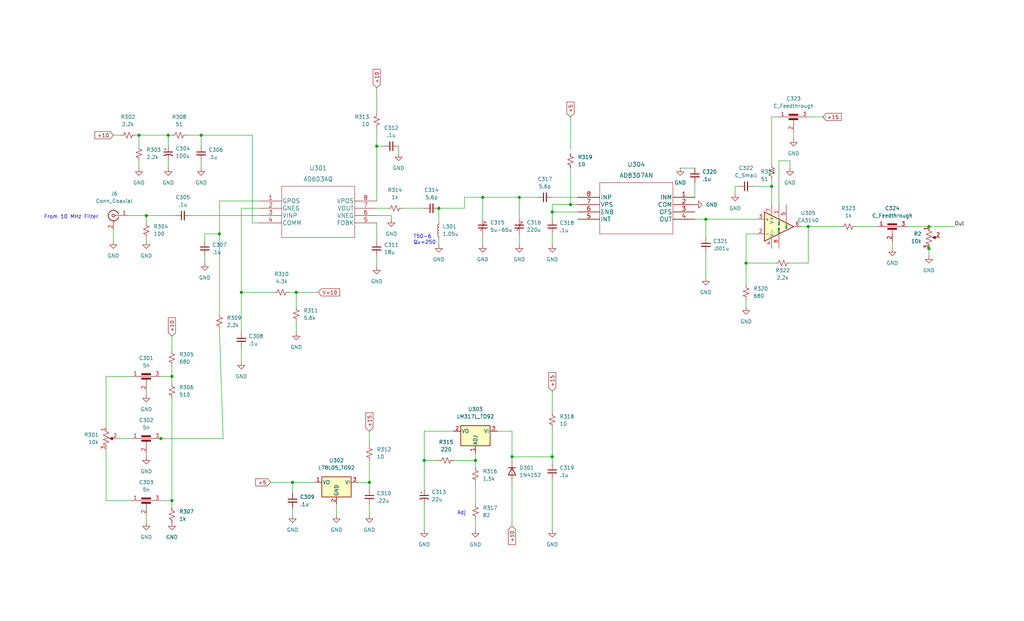
<source format=kicad_sch>
(kicad_sch (version 20211123) (generator eeschema)
  (paper "USLegal")
  (title_block (title "Spectrum Analyzer: IF and Log Amplifier") (date "2022-05-30") (rev "0.3") (company "Andy McCann KA3KAF and Doug McCann KA3KAG") (comment 2 "Terry White K7TAU") (comment 3 "Wes Hayward W7ZOI") (comment 4 "Original Design By:"))
  (lib_symbols
    (symbol "2022-05-30_02-24-37:AD603AQ" (pin_names (offset 0.254))
      (property "Reference" "U" (at 20.32 10.16 0))
      (property "Value" "AD603AQ" (at 20.32 7.62 0))
      (symbol "AD603AQ_1_1"
        (polyline (pts (xy 7.62 -12.7) (xy 33.02 -12.7)) (stroke (width 0.127)))
        (polyline (pts (xy 7.62 5.08) (xy 7.62 -12.7)) (stroke (width 0.127)))
        (polyline (pts (xy 33.02 -12.7) (xy 33.02 5.08)) (stroke (width 0.127)))
        (polyline (pts (xy 33.02 5.08) (xy 7.62 5.08)) (stroke (width 0.127)))
        (pin unspecified line (at 0 0 0) (length 7.62) (name "GPOS") (number "1"))
        (pin unspecified line (at 0 -2.54 0) (length 7.62) (name "GNEG") (number "2"))
        (pin unspecified line (at 0 -5.08 0) (length 7.62) (name "VINP") (number "3"))
        (pin unspecified line (at 0 -7.62 0) (length 7.62) (name "COMM") (number "4"))
        (pin unspecified line (at 40.64 -7.62 180) (length 7.62) (name "FDBK") (number "5"))
        (pin power_in line (at 40.64 -5.08 180) (length 7.62) (name "VNEG") (number "6"))
        (pin unspecified line (at 40.64 -2.54 180) (length 7.62) (name "VOUT") (number "7"))
        (pin power_in line (at 40.64 0 180) (length 7.62) (name "VPOS") (number "8"))
      )
    )
    (symbol "AD8307AN:AD8307AN" (pin_names (offset 0.254))
      (property "Reference" "U" (at 20.32 10.16 0))
      (property "Value" "AD8307AN" (at 20.32 7.62 0))
      (symbol "AD8307AN_1_1"
        (polyline (pts (xy 7.62 -12.7) (xy 33.02 -12.7)) (stroke (width 0.127)))
        (polyline (pts (xy 7.62 5.08) (xy 7.62 -12.7)) (stroke (width 0.127)))
        (polyline (pts (xy 33.02 -12.7) (xy 33.02 5.08)) (stroke (width 0.127)))
        (polyline (pts (xy 33.02 5.08) (xy 7.62 5.08)) (stroke (width 0.127)))
        (pin unspecified line (at 0 0 0) (length 7.62) (name "INM") (number "1"))
        (pin unspecified line (at 0 -2.54 0) (length 7.62) (name "COM") (number "2"))
        (pin unspecified line (at 0 -5.08 0) (length 7.62) (name "OFS") (number "3"))
        (pin unspecified line (at 0 -7.62 0) (length 7.62) (name "OUT") (number "4"))
        (pin unspecified line (at 40.64 -7.62 180) (length 7.62) (name "INT") (number "5"))
        (pin unspecified line (at 40.64 -5.08 180) (length 7.62) (name "ENB") (number "6"))
        (pin power_in line (at 40.64 -2.54 180) (length 7.62) (name "VPS") (number "7"))
        (pin unspecified line (at 40.64 0 180) (length 7.62) (name "INP") (number "8"))
      )
    )
    (symbol "Amplifier_Operational:CA3140" (pin_names (offset 0.127))
      (property "Reference" "U" (at 6.35 5.08 0))
      (property "Value" "CA3140" (at 6.35 2.54 0))
      (symbol "CA3140_0_1"
        (polyline (pts (xy -5.08 5.08) (xy 5.08 0) (xy -5.08 -5.08) (xy -5.08 5.08)) (stroke (width 0.254)) (fill (type background)))
      )
      (symbol "CA3140_1_1"
        (pin passive line (at 0 7.62 270) (length 5.08) (name "NULL") (number "1"))
        (pin input line (at -7.62 -2.54 0) (length 2.54) (name "-") (number "2"))
        (pin input line (at -7.62 2.54 0) (length 2.54) (name "+") (number "3"))
        (pin power_in line (at -2.54 -7.62 90) (length 3.81) (name "V-") (number "4"))
        (pin passive line (at 2.54 7.62 270) (length 6.35) (name "NULL") (number "5"))
        (pin output line (at 7.62 0 180) (length 2.54) (name "~") (number "6"))
        (pin power_in line (at -2.54 7.62 270) (length 3.81) (name "V+") (number "7"))
        (pin passive line (at 0 -7.62 90) (length 5.08) (name "STRB") (number "8"))
      )
    )
    (symbol "Connector:Conn_Coaxial" (pin_names (offset 1.016) hide)
      (property "Reference" "J" (at 0.254 3.048 0))
      (property "Value" "Conn_Coaxial" (at 2.921 0 90))
      (symbol "Conn_Coaxial_0_1"
        (arc (start -1.778 -0.508) (mid 0.2311 -1.8066) (end 1.778 0) (stroke (width 0.254)))
        (polyline (pts (xy -2.54 0) (xy -0.508 0)))
        (polyline (pts (xy 0 -2.54) (xy 0 -1.778)))
        (circle (center 0 0) (radius 0.508) (stroke (width 0.2032)))
        (arc (start 1.778 0) (mid 0.2099 1.8101) (end -1.778 0.508) (stroke (width 0.254)))
      )
      (symbol "Conn_Coaxial_1_1"
        (pin passive line (at -5.08 0 0) (length 2.54) (name "In") (number "1"))
        (pin passive line (at 0 -5.08 90) (length 2.54) (name "Ext") (number "2"))
      )
    )
    (symbol "Device:C_Feedthrough" (pin_names (offset 0.254) hide)
      (property "Reference" "C" (at 0 7.62 0))
      (property "Value" "C_Feedthrough" (at 0 5.715 0))
      (symbol "C_Feedthrough_0_1"
        (rectangle (start -1.651 1.524) (end 1.524 2.032) (fill (type outline)))
        (polyline (pts (xy -2.54 2.54) (xy 2.54 2.54)))
        (polyline (pts (xy 0 0) (xy 0 1.778)))
        (rectangle (start 1.524 3.048) (end -1.651 3.556) (fill (type outline)))
      )
      (symbol "C_Feedthrough_1_1"
        (pin passive line (at -5.08 2.54 0) (length 2.54) (name "1") (number "1"))
        (pin passive line (at 0 -2.54 90) (length 2.54) (name "2") (number "2"))
        (pin passive line (at 5.08 2.54 180) (length 2.54) (name "3") (number "3"))
      )
    )
    (symbol "Device:C_Polarized_Small_US" (pin_numbers hide) (pin_names (offset 0.254) hide)
      (property "Reference" "C" (at 0.254 1.778 0))
      (property "Value" "C_Polarized_Small_US" (at 0.254 -2.032 0))
      (symbol "C_Polarized_Small_US_0_1"
        (polyline (pts (xy -1.524 0.508) (xy 1.524 0.508)) (stroke (width 0.3048)))
        (polyline (pts (xy -1.27 1.524) (xy -0.762 1.524)))
        (polyline (pts (xy -1.016 1.27) (xy -1.016 1.778)))
        (arc (start 1.524 -0.762) (mid 0 -0.3734) (end -1.524 -0.762) (stroke (width 0.3048)))
      )
      (symbol "C_Polarized_Small_US_1_1"
        (pin passive line (at 0 2.54 270) (length 2.032) (name "~") (number "1"))
        (pin passive line (at 0 -2.54 90) (length 2.032) (name "~") (number "2"))
      )
    )
    (symbol "Device:C_Small" (pin_numbers hide) (pin_names (offset 0.254) hide)
      (property "Reference" "C" (at 0.254 1.778 0))
      (property "Value" "C_Small" (at 0.254 -2.032 0))
      (symbol "C_Small_0_1"
        (polyline (pts (xy -1.524 -0.508) (xy 1.524 -0.508)) (stroke (width 0.3302)))
        (polyline (pts (xy -1.524 0.508) (xy 1.524 0.508)) (stroke (width 0.3048)))
      )
      (symbol "C_Small_1_1"
        (pin passive line (at 0 2.54 270) (length 2.032) (name "~") (number "1"))
        (pin passive line (at 0 -2.54 90) (length 2.032) (name "~") (number "2"))
      )
    )
    (symbol "Device:C_Trim_Small" (pin_numbers hide) (pin_names (offset 0.254) hide)
      (property "Reference" "C" (at 1.524 -2.032 0))
      (property "Value" "C_Trim_Small" (at 3.048 -3.556 0))
      (symbol "C_Trim_Small_0_1"
        (polyline (pts (xy -1.524 -0.508) (xy 1.524 -0.508)) (stroke (width 0.3048)))
        (polyline (pts (xy -1.524 0.508) (xy 1.524 0.508)) (stroke (width 0.3048)))
        (polyline (pts (xy 0.762 1.524) (xy -0.762 -1.524)) (stroke (width 0.1778)))
        (polyline (pts (xy 1.27 1.27) (xy 0.381 1.778)) (stroke (width 0.1778)))
      )
      (symbol "C_Trim_Small_1_1"
        (pin passive line (at 0 2.54 270) (length 2.032) (name "~") (number "1"))
        (pin passive line (at 0 -2.54 90) (length 2.032) (name "~") (number "2"))
      )
    )
    (symbol "Device:L_Small" (pin_numbers hide) (pin_names (offset 0.254) hide)
      (property "Reference" "L" (at 0.762 1.016 0))
      (property "Value" "L_Small" (at 0.762 -1.016 0))
      (symbol "L_Small_0_1"
        (arc (start 0 -2.032) (mid 0.508 -1.524) (end 0 -1.016))
        (arc (start 0 -1.016) (mid 0.508 -0.508) (end 0 0))
        (arc (start 0 0) (mid 0.508 0.508) (end 0 1.016))
        (arc (start 0 1.016) (mid 0.508 1.524) (end 0 2.032))
      )
      (symbol "L_Small_1_1"
        (pin passive line (at 0 2.54 270) (length 0.508) (name "~") (number "1"))
        (pin passive line (at 0 -2.54 90) (length 0.508) (name "~") (number "2"))
      )
    )
    (symbol "Device:R_Potentiometer_US" (pin_names (offset 1.016) hide)
      (property "Reference" "RV" (at -4.445 0 90))
      (property "Value" "R_Potentiometer_US" (at -2.54 0 90))
      (symbol "R_Potentiometer_US_0_1"
        (polyline (pts (xy 0 -2.286) (xy 0 -2.54)))
        (polyline (pts (xy 0 2.54) (xy 0 2.286)))
        (polyline (pts (xy 2.54 0) (xy 1.524 0)))
        (polyline (pts (xy 1.143 0) (xy 2.286 0.508) (xy 2.286 -0.508) (xy 1.143 0)) (fill (type outline)))
        (polyline (pts (xy 0 -0.762) (xy 1.016 -1.143) (xy 0 -1.524) (xy -1.016 -1.905) (xy 0 -2.286)))
        (polyline (pts (xy 0 0.762) (xy 1.016 0.381) (xy 0 0) (xy -1.016 -0.381) (xy 0 -0.762)))
        (polyline (pts (xy 0 2.286) (xy 1.016 1.905) (xy 0 1.524) (xy -1.016 1.143) (xy 0 0.762)))
      )
      (symbol "R_Potentiometer_US_1_1"
        (pin passive line (at 0 3.81 270) (length 1.27) (name "1") (number "1"))
        (pin passive line (at 3.81 0 180) (length 1.27) (name "2") (number "2"))
        (pin passive line (at 0 -3.81 90) (length 1.27) (name "3") (number "3"))
      )
    )
    (symbol "Device:R_Small_US" (pin_numbers hide) (pin_names (offset 0.254) hide)
      (property "Reference" "R" (at 0.762 0.508 0))
      (property "Value" "R_Small_US" (at 0.762 -1.016 0))
      (symbol "R_Small_US_1_1"
        (polyline (pts (xy 0 0) (xy 1.016 -0.381) (xy 0 -0.762) (xy -1.016 -1.143) (xy 0 -1.524)))
        (polyline (pts (xy 0 1.524) (xy 1.016 1.143) (xy 0 0.762) (xy -1.016 0.381) (xy 0 0)))
        (pin passive line (at 0 2.54 270) (length 1.016) (name "~") (number "1"))
        (pin passive line (at 0 -2.54 90) (length 1.016) (name "~") (number "2"))
      )
    )
    (symbol "Diode:1N4152" (pin_numbers hide) (pin_names (offset 1.016) hide)
      (property "Reference" "D" (at 0 2.54 0))
      (property "Value" "1N4152" (at 0 -2.54 0))
      (symbol "1N4152_0_1"
        (polyline (pts (xy -1.27 1.27) (xy -1.27 -1.27)) (stroke (width 0.254)))
        (polyline (pts (xy 1.27 0) (xy -1.27 0)))
        (polyline (pts (xy 1.27 1.27) (xy 1.27 -1.27) (xy -1.27 0) (xy 1.27 1.27)) (stroke (width 0.254)))
      )
      (symbol "1N4152_1_1"
        (pin passive line (at -3.81 0 0) (length 2.54) (name "K") (number "1"))
        (pin passive line (at 3.81 0 180) (length 2.54) (name "A") (number "2"))
      )
    )
    (symbol "Regulator_Linear:L78L05_TO92" (pin_names (offset 0.254))
      (property "Reference" "U" (at -3.81 3.175 0))
      (property "Value" "L78L05_TO92" (at 0 3.175 0))
      (symbol "L78L05_TO92_0_1"
        (rectangle (start -5.08 -5.08) (end 5.08 1.905) (stroke (width 0.254)) (fill (type background)))
      )
      (symbol "L78L05_TO92_1_1"
        (pin power_out line (at 7.62 0 180) (length 2.54) (name "VO") (number "1"))
        (pin power_in line (at 0 -7.62 90) (length 2.54) (name "GND") (number "2"))
        (pin power_in line (at -7.62 0 0) (length 2.54) (name "VI") (number "3"))
      )
    )
    (symbol "Regulator_Linear:LM317L_TO92" (pin_names (offset 0.254))
      (property "Reference" "U" (at -3.81 3.175 0))
      (property "Value" "LM317L_TO92" (at 0 3.175 0))
      (symbol "LM317L_TO92_0_1"
        (rectangle (start -5.08 1.905) (end 5.08 -5.08) (stroke (width 0.254)) (fill (type background)))
      )
      (symbol "LM317L_TO92_1_1"
        (pin input line (at 0 -7.62 90) (length 2.54) (name "ADJ") (number "1"))
        (pin power_out line (at 7.62 0 180) (length 2.54) (name "VO") (number "2"))
        (pin power_in line (at -7.62 0 0) (length 2.54) (name "VI") (number "3"))
      )
    )
    (symbol "power:GND" (power) (pin_names (offset 0))
      (property "Value" "GND" (at 0 -3.81 0))
      (symbol "GND_0_1"
        (polyline (pts (xy 0 0) (xy 0 -1.27) (xy 1.27 -1.27) (xy 0 -2.54) (xy -1.27 -1.27) (xy 0 -1.27)))
      )
      (symbol "GND_1_1"
        (pin power_in line (at 0 0 270) (length 0) hide (name "GND") (number "1"))
      )
    )
  )
  (junction (at 322.58 78.74))
  (junction (at 280.67 78.74))
  (junction (at 245.11 76.2))
  (junction (at 59.69 173.99))
  (junction (at 191.77 158.75))
  (junction (at 267.97 64.77))
  (junction (at 83.82 101.6))
  (junction (at 130.81 50.8))
  (junction (at 147.32 160.02))
  (junction (at 165.1 160.02))
  (junction (at 191.77 73.66))
  (junction (at 50.8 74.93))
  (junction (at 167.64 68.58))
  (junction (at 102.87 101.6))
  (junction (at 48.26 46.99))
  (junction (at 58.42 46.99))
  (junction (at 69.85 46.99))
  (junction (at 198.12 71.12))
  (junction (at 59.69 130.81))
  (junction (at 101.6 167.64))
  (junction (at 322.58 86.36))
  (junction (at 55.88 152.4))
  (junction (at 152.4 72.39))
  (junction (at 177.8 158.75))
  (junction (at 128.27 167.64))
  (junction (at 180.34 68.58))
  (junction (at 259.08 91.44))
  (junction (at 76.2 81.28))
  (wire (pts (xy 280.67 91.44) (xy 274.32 91.44)))
  (wire (pts (xy 128.27 170.18) (xy 128.27 167.64)))
  (wire (pts (xy 102.87 111.76) (xy 102.87 115.57)))
  (wire (pts (xy 165.1 175.26) (xy 165.1 167.64)))
  (wire (pts (xy 157.48 160.02) (xy 165.1 160.02)))
  (wire (pts (xy 95.25 101.6) (xy 83.82 101.6)))
  (wire (pts (xy 177.8 167.64) (xy 177.8 182.88)))
  (wire (pts (xy 177.8 158.75) (xy 177.8 160.02)))
  (wire (pts (xy 198.12 58.42) (xy 198.12 71.12)))
  (wire (pts (xy 50.8 181.61) (xy 50.8 179.07)))
  (wire (pts (xy 55.88 152.4) (xy 77.47 152.4)))
  (wire (pts (xy 147.32 184.15) (xy 147.32 175.26)))
  (wire (pts (xy 130.81 39.37) (xy 130.81 30.48)))
  (wire (pts (xy 101.6 171.45) (xy 101.6 167.64)))
  (wire (pts (xy 152.4 85.09) (xy 152.4 82.55)))
  (wire (pts (xy 130.81 88.9) (xy 130.81 92.71)))
  (wire (pts (xy 167.64 68.58) (xy 180.34 68.58)))
  (wire (pts (xy 83.82 72.39) (xy 83.82 101.6)))
  (wire (pts (xy 36.83 173.99) (xy 45.72 173.99)))
  (wire (pts (xy 147.32 149.86) (xy 147.32 160.02)))
  (wire (pts (xy 270.51 71.12) (xy 270.51 55.88)))
  (wire (pts (xy 36.83 156.21) (xy 36.83 173.99)))
  (wire (pts (xy 322.58 86.36) (xy 322.58 88.9)))
  (wire (pts (xy 191.77 71.12) (xy 191.77 73.66)))
  (wire (pts (xy 110.49 101.6) (xy 102.87 101.6)))
  (wire (pts (xy 198.12 71.12) (xy 191.77 71.12)))
  (wire (pts (xy 267.97 40.64) (xy 270.51 40.64)))
  (wire (pts (xy 245.11 76.2) (xy 262.89 76.2)))
  (wire (pts (xy 191.77 148.59) (xy 191.77 158.75)))
  (wire (pts (xy 267.97 64.77) (xy 267.97 62.23)))
  (wire (pts (xy 58.42 50.8) (xy 58.42 46.99)))
  (wire (pts (xy 50.8 158.75) (xy 50.8 157.48)))
  (wire (pts (xy 69.85 55.88) (xy 69.85 58.42)))
  (wire (pts (xy 245.11 87.63) (xy 245.11 96.52)))
  (wire (pts (xy 90.17 74.93) (xy 66.04 74.93)))
  (wire (pts (xy 102.87 106.68) (xy 102.87 101.6)))
  (wire (pts (xy 157.48 149.86) (xy 147.32 149.86)))
  (wire (pts (xy 297.18 78.74) (xy 304.8 78.74)))
  (wire (pts (xy 191.77 158.75) (xy 177.8 158.75)))
  (wire (pts (xy 59.69 130.81) (xy 59.69 127)))
  (wire (pts (xy 274.32 55.88) (xy 274.32 58.42)))
  (wire (pts (xy 322.58 78.74) (xy 331.47 78.74)))
  (wire (pts (xy 200.66 71.12) (xy 198.12 71.12)))
  (wire (pts (xy 83.82 125.73) (xy 83.82 120.65)))
  (wire (pts (xy 259.08 106.68) (xy 259.08 104.14)))
  (wire (pts (xy 133.35 50.8) (xy 130.81 50.8)))
  (wire (pts (xy 180.34 81.28) (xy 180.34 85.09)))
  (wire (pts (xy 309.88 86.36) (xy 309.88 83.82)))
  (wire (pts (xy 241.3 76.2) (xy 245.11 76.2)))
  (wire (pts (xy 287.02 40.64) (xy 280.67 40.64)))
  (wire (pts (xy 322.58 85.09) (xy 322.58 86.36)))
  (wire (pts (xy 241.3 58.42) (xy 236.22 58.42)))
  (wire (pts (xy 167.64 81.28) (xy 167.64 85.09)))
  (wire (pts (xy 191.77 161.29) (xy 191.77 158.75)))
  (wire (pts (xy 180.34 68.58) (xy 186.69 68.58)))
  (wire (pts (xy 152.4 77.47) (xy 152.4 72.39)))
  (wire (pts (xy 267.97 71.12) (xy 267.97 64.77)))
  (wire (pts (xy 59.69 173.99) (xy 59.69 176.53)))
  (wire (pts (xy 200.66 73.66) (xy 191.77 73.66)))
  (wire (pts (xy 39.37 80.01) (xy 39.37 83.82)))
  (wire (pts (xy 54.61 152.4) (xy 55.88 152.4)))
  (wire (pts (xy 130.81 74.93) (xy 135.89 74.93)))
  (wire (pts (xy 191.77 73.66) (xy 191.77 76.2)))
  (wire (pts (xy 128.27 154.94) (xy 128.27 149.86)))
  (wire (pts (xy 87.63 46.99) (xy 69.85 46.99)))
  (wire (pts (xy 87.63 46.99) (xy 87.63 77.47)))
  (wire (pts (xy 50.8 74.93) (xy 44.45 74.93)))
  (wire (pts (xy 256.54 64.77) (xy 255.27 64.77)))
  (wire (pts (xy 177.8 149.86) (xy 177.8 158.75)))
  (wire (pts (xy 50.8 77.47) (xy 50.8 74.93)))
  (wire (pts (xy 191.77 85.09) (xy 191.77 81.28)))
  (wire (pts (xy 259.08 91.44) (xy 259.08 99.06)))
  (wire (pts (xy 69.85 46.99) (xy 64.77 46.99)))
  (wire (pts (xy 93.98 167.64) (xy 101.6 167.64)))
  (wire (pts (xy 191.77 68.58) (xy 200.66 68.58)))
  (wire (pts (xy 292.1 78.74) (xy 280.67 78.74)))
  (wire (pts (xy 267.97 57.15) (xy 267.97 40.64)))
  (wire (pts (xy 172.72 149.86) (xy 177.8 149.86)))
  (wire (pts (xy 245.11 82.55) (xy 245.11 76.2)))
  (wire (pts (xy 280.67 78.74) (xy 278.13 78.74)))
  (wire (pts (xy 191.77 135.89) (xy 191.77 143.51)))
  (wire (pts (xy 69.85 46.99) (xy 69.85 50.8)))
  (wire (pts (xy 76.2 114.3) (xy 77.47 152.4)))
  (wire (pts (xy 71.12 81.28) (xy 76.2 81.28)))
  (wire (pts (xy 130.81 50.8) (xy 130.81 69.85)))
  (wire (pts (xy 50.8 83.82) (xy 50.8 82.55)))
  (wire (pts (xy 48.26 50.8) (xy 48.26 46.99)))
  (wire (pts (xy 76.2 69.85) (xy 90.17 69.85)))
  (wire (pts (xy 280.67 78.74) (xy 280.67 91.44)))
  (wire (pts (xy 60.96 74.93) (xy 50.8 74.93)))
  (wire (pts (xy 128.27 175.26) (xy 128.27 179.07)))
  (wire (pts (xy 167.64 76.2) (xy 167.64 68.58)))
  (wire (pts (xy 128.27 167.64) (xy 128.27 160.02)))
  (wire (pts (xy 152.4 160.02) (xy 147.32 160.02)))
  (wire (pts (xy 130.81 50.8) (xy 130.81 44.45)))
  (wire (pts (xy 48.26 58.42) (xy 48.26 55.88)))
  (wire (pts (xy 198.12 52.07) (xy 198.12 40.64)))
  (wire (pts (xy 255.27 64.77) (xy 255.27 67.31)))
  (wire (pts (xy 90.17 77.47) (xy 87.63 77.47)))
  (wire (pts (xy 71.12 88.9) (xy 71.12 91.44)))
  (wire (pts (xy 270.51 55.88) (xy 274.32 55.88)))
  (wire (pts (xy 59.69 46.99) (xy 58.42 46.99)))
  (wire (pts (xy 36.83 130.81) (xy 36.83 148.59)))
  (wire (pts (xy 165.1 162.56) (xy 165.1 160.02)))
  (wire (pts (xy 262.89 81.28) (xy 259.08 81.28)))
  (wire (pts (xy 165.1 160.02) (xy 165.1 157.48)))
  (wire (pts (xy 83.82 72.39) (xy 90.17 72.39)))
  (wire (pts (xy 76.2 81.28) (xy 76.2 109.22)))
  (wire (pts (xy 152.4 72.39) (xy 161.29 72.39)))
  (wire (pts (xy 147.32 160.02) (xy 147.32 170.18)))
  (wire (pts (xy 45.72 152.4) (xy 40.64 152.4)))
  (wire (pts (xy 191.77 184.15) (xy 191.77 166.37)))
  (wire (pts (xy 314.96 78.74) (xy 322.58 78.74)))
  (wire (pts (xy 161.29 72.39) (xy 161.29 68.58)))
  (wire (pts (xy 124.46 167.64) (xy 128.27 167.64)))
  (wire (pts (xy 58.42 58.42) (xy 58.42 55.88)))
  (wire (pts (xy 139.7 72.39) (xy 147.32 72.39)))
  (wire (pts (xy 45.72 130.81) (xy 36.83 130.81)))
  (wire (pts (xy 101.6 167.64) (xy 109.22 167.64)))
  (wire (pts (xy 261.62 64.77) (xy 267.97 64.77)))
  (wire (pts (xy 135.89 74.93) (xy 135.89 76.2)))
  (wire (pts (xy 138.43 50.8) (xy 138.43 53.34)))
  (wire (pts (xy 48.26 46.99) (xy 58.42 46.99)))
  (wire (pts (xy 59.69 138.43) (xy 59.69 173.99)))
  (wire (pts (xy 76.2 81.28) (xy 76.2 69.85)))
  (wire (pts (xy 161.29 68.58) (xy 167.64 68.58)))
  (wire (pts (xy 48.26 46.99) (xy 46.99 46.99)))
  (wire (pts (xy 101.6 179.07) (xy 101.6 176.53)))
  (wire (pts (xy 55.88 130.81) (xy 59.69 130.81)))
  (wire (pts (xy 180.34 76.2) (xy 180.34 68.58)))
  (wire (pts (xy 130.81 72.39) (xy 134.62 72.39)))
  (wire (pts (xy 241.3 68.58) (xy 241.3 63.5)))
  (wire (pts (xy 83.82 101.6) (xy 83.82 115.57)))
  (wire (pts (xy 130.81 77.47) (xy 130.81 83.82)))
  (wire (pts (xy 71.12 83.82) (xy 71.12 81.28)))
  (wire (pts (xy 259.08 81.28) (xy 259.08 91.44)))
  (wire (pts (xy 102.87 101.6) (xy 100.33 101.6)))
  (wire (pts (xy 116.84 175.26) (xy 116.84 179.07)))
  (wire (pts (xy 275.59 48.26) (xy 275.59 45.72)))
  (wire (pts (xy 59.69 121.92) (xy 59.69 116.84)))
  (wire (pts (xy 269.24 91.44) (xy 259.08 91.44)))
  (wire (pts (xy 41.91 46.99) (xy 39.37 46.99)))
  (wire (pts (xy 55.88 173.99) (xy 59.69 173.99)))
  (wire (pts (xy 50.8 137.16) (xy 50.8 135.89)))
  (wire (pts (xy 165.1 184.15) (xy 165.1 180.34)))
  (wire (pts (xy 59.69 130.81) (xy 59.69 133.35)))
  (text "Adj" (at 158.75 179.07 0) (effects (font (size 1.27 1.27)) (justify left bottom)))
  (text "T50-6\nQu=250" (at 143.51 85.09 0) (effects (font (size 1.27 1.27)) (justify left bottom)))
  (text "From 10 MHz Filter" (at 15.24 76.2 0) (effects (font (size 1.27 1.27)) (justify left bottom)))
  (label "Out" (at 331.47 78.74 0))
  (global_label "+10" (shape input) (at 177.8 182.88 270) (property "Intersheet References" "${INTERSHEET_REFS}" (effects hide)))
  (global_label "+10" (shape input) (at 39.37 46.99 180) (property "Intersheet References" "${INTERSHEET_REFS}" (effects hide)))
  (global_label "+15" (shape input) (at 128.27 149.86 90) (property "Intersheet References" "${INTERSHEET_REFS}" (effects hide)))
  (global_label "+15" (shape input) (at 285.75 40.64 0) (property "Intersheet References" "${INTERSHEET_REFS}" (effects hide)))
  (global_label "+5" (shape input) (at 93.98 167.64 180) (property "Intersheet References" "${INTERSHEET_REFS}" (effects hide)))
  (global_label "V+10" (shape input) (at 110.49 101.6 0) (property "Intersheet References" "${INTERSHEET_REFS}" (effects hide)))
  (global_label "+5" (shape input) (at 198.12 40.64 90) (property "Intersheet References" "${INTERSHEET_REFS}" (effects hide)))
  (global_label "+10" (shape input) (at 59.69 116.84 90) (property "Intersheet References" "${INTERSHEET_REFS}" (effects hide)))
  (global_label "+15" (shape input) (at 191.77 135.89 90) (property "Intersheet References" "${INTERSHEET_REFS}" (effects hide)))
  (global_label "+10" (shape input) (at 130.81 30.48 90) (property "Intersheet References" "${INTERSHEET_REFS}" (effects hide)))
  (symbol (lib_id "power:GND") (at 83.82 125.73 0) (unit 1)
    (property "Reference" "#PWR0311" (effects hide))
    (property "Value" "GND" (at 83.82 130.81 0))
  )
  (symbol (lib_id "power:GND") (at 191.77 85.09 0) (unit 1)
    (property "Reference" "#PWR0324" (effects hide))
    (property "Value" "GND" (at 191.77 90.17 0))
  )
  (symbol (lib_id "Device:R_Small_US") (at 50.8 80.01 0) (unit 1)
    (property "Reference" "R304" (at 53.34 78.7399 0) (effects (justify left)))
    (property "Value" "100" (at 53.34 81.2799 0) (effects (justify left)))
  )
  (symbol (lib_id "Device:C_Small") (at 191.77 163.83 0) (unit 1)
    (property "Reference" "C319" (at 194.31 162.5662 0) (effects (justify left)))
    (property "Value" ".1u" (at 194.31 165.1062 0) (effects (justify left)))
  )
  (symbol (lib_id "power:GND") (at 309.88 86.36 0) (unit 1)
    (property "Reference" "#PWR0333" (effects hide))
    (property "Value" "GND" (at 309.88 91.44 0))
  )
  (symbol (lib_id "Device:R_Small_US") (at 165.1 177.8 0) (unit 1)
    (property "Reference" "R317" (at 167.64 176.5299 0) (effects (justify left)))
    (property "Value" "82" (at 167.64 179.0699 0) (effects (justify left)))
  )
  (symbol (lib_id "Device:L_Small") (at 152.4 80.01 180) (unit 1)
    (property "Reference" "L301" (at 153.67 78.7399 0) (effects (justify right)))
    (property "Value" "1.05u" (at 153.67 81.2799 0) (effects (justify right)))
  )
  (symbol (lib_id "Device:C_Small") (at 189.23 68.58 90) (unit 1)
    (property "Reference" "C317" (at 189.2363 62.23 90))
    (property "Value" "5.6p" (at 189.2363 64.77 90))
  )
  (symbol (lib_id "Device:R_Small_US") (at 76.2 111.76 0) (unit 1)
    (property "Reference" "R309" (at 78.74 110.4899 0) (effects (justify left)))
    (property "Value" "2.2k" (at 78.74 113.0299 0) (effects (justify left)))
  )
  (symbol (lib_id "Device:R_Small_US") (at 48.26 53.34 0) (unit 1)
    (property "Reference" "R303" (at 50.8 52.0699 0) (effects (justify left)))
    (property "Value" "2.2k" (at 50.8 54.6099 0) (effects (justify left)))
  )
  (symbol (lib_id "power:GND") (at 236.22 58.42 0) (unit 1)
    (property "Reference" "#PWR0326" (effects hide))
    (property "Value" "GND" (at 236.22 63.5 0))
  )
  (symbol (lib_id "power:GND") (at 147.32 184.15 0) (unit 1)
    (property "Reference" "#PWR0319" (effects hide))
    (property "Value" "GND" (at 147.32 189.23 0))
  )
  (symbol (lib_id "power:GND") (at 48.26 58.42 0) (unit 1)
    (property "Reference" "#PWR0302" (effects hide))
    (property "Value" "GND" (at 48.26 63.5 0))
  )
  (symbol (lib_id "Device:C_Small") (at 71.12 86.36 0) (unit 1)
    (property "Reference" "C307" (at 73.66 85.0962 0) (effects (justify left)))
    (property "Value" ".1u" (at 73.66 87.6362 0) (effects (justify left)))
  )
  (symbol (lib_id "Device:R_Small_US") (at 128.27 157.48 0) (unit 1)
    (property "Reference" "R312" (at 130.81 156.2099 0) (effects (justify left)))
    (property "Value" "10" (at 130.81 158.7499 0) (effects (justify left)))
  )
  (symbol (lib_id "power:GND") (at 128.27 179.07 0) (unit 1)
    (property "Reference" "#PWR0315" (effects hide))
    (property "Value" "GND" (at 128.27 184.15 0))
  )
  (symbol (lib_id "Device:C_Trim_Small") (at 167.64 78.74 0) (unit 1)
    (property "Reference" "C315" (at 170.18 77.3429 0) (effects (justify left)))
    (property "Value" "5u-65u" (at 170.18 79.8829 0) (effects (justify left)))
  )
  (symbol (lib_id "power:GND") (at 245.11 96.52 0) (unit 1)
    (property "Reference" "#PWR0328" (effects hide))
    (property "Value" "GND" (at 245.11 101.6 0))
  )
  (symbol (lib_id "power:GND") (at 130.81 92.71 0) (unit 1)
    (property "Reference" "#PWR0316" (effects hide))
    (property "Value" "GND" (at 130.81 97.79 0))
  )
  (symbol (lib_id "Device:R_Small_US") (at 97.79 101.6 90) (unit 1)
    (property "Reference" "R310" (at 97.79 95.25 90))
    (property "Value" "4.3k" (at 97.79 97.79 90))
  )
  (symbol (lib_id "power:GND") (at 135.89 76.2 0) (unit 1)
    (property "Reference" "#PWR0317" (effects hide))
    (property "Value" "GND" (at 135.89 81.28 0))
  )
  (symbol (lib_id "power:GND") (at 259.08 106.68 0) (unit 1)
    (property "Reference" "#PWR0330" (effects hide))
    (property "Value" "GND" (at 259.08 111.76 0))
  )
  (symbol (lib_id "Device:R_Small_US") (at 62.23 46.99 90) (unit 1)
    (property "Reference" "R308" (at 62.23 40.64 90))
    (property "Value" "51" (at 62.23 43.18 90))
  )
  (symbol (lib_id "power:GND") (at 274.32 58.42 0) (unit 1)
    (property "Reference" "#PWR0331" (effects hide))
    (property "Value" "GND" (at 274.32 63.5 0))
  )
  (symbol (lib_id "power:GND") (at 322.58 88.9 0) (unit 1)
    (property "Reference" "#PWR?" (effects hide))
    (property "Value" "GND" (at 322.58 93.98 0))
  )
  (symbol (lib_id "Device:C_Feedthrough") (at 50.8 176.53 0) (unit 1)
    (property "Reference" "C303" (at 50.8 167.64 0))
    (property "Value" "5n" (at 50.8 170.18 0))
  )
  (symbol (lib_id "Device:R_Small_US") (at 191.77 146.05 0) (unit 1)
    (property "Reference" "R318" (at 194.31 144.7799 0) (effects (justify left)))
    (property "Value" "10" (at 194.31 147.3199 0) (effects (justify left)))
  )
  (symbol (lib_id "Device:C_Small") (at 83.82 118.11 0) (unit 1)
    (property "Reference" "C308" (at 86.36 116.8462 0) (effects (justify left)))
    (property "Value" ".1u" (at 86.36 119.3862 0) (effects (justify left)))
  )
  (symbol (lib_id "Device:C_Small") (at 241.3 60.96 0) (unit 1)
    (property "Reference" "C320" (at 243.84 59.6962 0) (effects (justify left)))
    (property "Value" ".1u" (at 243.84 62.2362 0) (effects (justify left)))
  )
  (symbol (lib_id "Device:C_Small") (at 101.6 173.99 0) (unit 1)
    (property "Reference" "C309" (at 104.14 172.7262 0) (effects (justify left)))
    (property "Value" ".1u" (at 104.14 175.2662 0) (effects (justify left)))
  )
  (symbol (lib_id "Device:C_Trim_Small") (at 180.34 78.74 0) (unit 1)
    (property "Reference" "C316" (at 182.88 77.3429 0) (effects (justify left)))
    (property "Value" "220u" (at 182.88 79.8829 0) (effects (justify left)))
  )
  (symbol (lib_id "Device:C_Small") (at 149.86 72.39 90) (unit 1)
    (property "Reference" "C314" (at 149.8663 66.04 90))
    (property "Value" "5.6p" (at 149.8663 68.58 90))
  )
  (symbol (lib_id "Device:R_Small_US") (at 44.45 46.99 90) (unit 1)
    (property "Reference" "R302" (at 44.45 40.64 90))
    (property "Value" "2.2k" (at 44.45 43.18 90))
  )
  (symbol (lib_id "Device:R_Small_US") (at 271.78 91.44 270) (unit 1)
    (property "Reference" "R322" (at 271.78 93.98 90))
    (property "Value" "2.2k" (at 271.78 96.52 90))
  )
  (symbol (lib_id "power:GND") (at 101.6 179.07 0) (unit 1)
    (property "Reference" "#PWR0312" (effects hide))
    (property "Value" "GND" (at 101.6 184.15 0))
  )
  (symbol (lib_id "power:GND") (at 58.42 58.42 0) (unit 1)
    (property "Reference" "#PWR0307" (effects hide))
    (property "Value" "GND" (at 58.42 63.5 0))
  )
  (symbol (lib_id "power:GND") (at 191.77 184.15 0) (unit 1)
    (property "Reference" "#PWR0325" (effects hide))
    (property "Value" "GND" (at 191.77 189.23 0))
  )
  (symbol (lib_id "Device:C_Polarized_Small_US") (at 58.42 53.34 0) (unit 1)
    (property "Reference" "C304" (at 60.96 51.6381 0) (effects (justify left)))
    (property "Value" "100u" (at 60.96 54.1781 0) (effects (justify left)))
  )
  (symbol (lib_id "Connector:Conn_Coaxial") (at 39.37 74.93 0) (mirror y) (unit 1)
    (property "Reference" "J6" (at 39.6874 67.31 0))
    (property "Value" "Conn_Coaxial" (at 39.6874 69.85 0))
    (property "Datasheet" " ~" (effects hide))
  )
  (symbol (lib_id "power:GND") (at 116.84 179.07 0) (unit 1)
    (property "Reference" "#PWR0314" (effects hide))
    (property "Value" "GND" (at 116.84 184.15 0))
  )
  (symbol (lib_id "power:GND") (at 71.12 91.44 0) (unit 1)
    (property "Reference" "#PWR0310" (effects hide))
    (property "Value" "GND" (at 71.12 96.52 0))
  )
  (symbol (lib_id "power:GND") (at 50.8 158.75 0) (unit 1)
    (property "Reference" "#PWR0305" (effects hide))
    (property "Value" "GND" (at 50.8 163.83 0))
  )
  (symbol (lib_id "Device:R_Potentiometer_US") (at 36.83 152.4 0) (unit 1)
    (property "Reference" "R301" (at 34.29 151.1299 0) (effects (justify right)))
    (property "Value" "10k" (at 34.29 153.6699 0) (effects (justify right)))
  )
  (symbol (lib_id "Device:C_Small") (at 128.27 172.72 0) (unit 1)
    (property "Reference" "C310" (at 130.81 171.4562 0) (effects (justify left)))
    (property "Value" ".22u" (at 130.81 173.9962 0) (effects (justify left)))
  )
  (symbol (lib_id "power:GND") (at 50.8 181.61 0) (unit 1)
    (property "Reference" "#PWR0306" (effects hide))
    (property "Value" "GND" (at 50.8 186.69 0))
  )
  (symbol (lib_id "power:GND") (at 69.85 58.42 0) (unit 1)
    (property "Reference" "#PWR0309" (effects hide))
    (property "Value" "GND" (at 69.85 63.5 0))
  )
  (symbol (lib_id "Device:R_Small_US") (at 102.87 109.22 0) (unit 1)
    (property "Reference" "R311" (at 105.41 107.9499 0) (effects (justify left)))
    (property "Value" "5.6k" (at 105.41 110.4899 0) (effects (justify left)))
  )
  (symbol (lib_id "power:GND") (at 59.69 181.61 0) (unit 1)
    (property "Reference" "#PWR0308" (effects hide))
    (property "Value" "GND" (at 59.69 186.69 0))
  )
  (symbol (lib_id "Device:C_Small") (at 69.85 53.34 0) (unit 1)
    (property "Reference" "C306" (at 72.39 52.0762 0) (effects (justify left)))
    (property "Value" ".1u" (at 72.39 54.6162 0) (effects (justify left)))
  )
  (symbol (lib_id "Device:C_Feedthrough") (at 309.88 81.28 0) (unit 1)
    (property "Reference" "C324" (at 309.88 72.39 0))
    (property "Value" "C_Feedthrough" (at 309.88 74.93 0))
  )
  (symbol (lib_id "power:GND") (at 241.3 71.12 90) (unit 1)
    (property "Reference" "#PWR0327" (effects hide))
    (property "Value" "GND" (at 245.11 71.1199 90) (effects (justify right)))
  )
  (symbol (lib_id "power:GND") (at 138.43 53.34 0) (mirror y) (unit 1)
    (property "Reference" "#PWR0318" (effects hide))
    (property "Value" "GND" (at 138.43 58.42 0))
  )
  (symbol (lib_id "power:GND") (at 275.59 48.26 0) (unit 1)
    (property "Reference" "#PWR0332" (effects hide))
    (property "Value" "GND" (at 275.59 53.34 0))
  )
  (symbol (lib_id "Device:R_Small_US") (at 259.08 101.6 0) (unit 1)
    (property "Reference" "R320" (at 261.62 100.3299 0) (effects (justify left)))
    (property "Value" "680" (at 261.62 102.8699 0) (effects (justify left)))
  )
  (symbol (lib_id "power:GND") (at 50.8 83.82 0) (unit 1)
    (property "Reference" "#PWR0303" (effects hide))
    (property "Value" "GND" (at 50.8 88.9 0))
  )
  (symbol (lib_id "Device:C_Small") (at 245.11 85.09 0) (unit 1)
    (property "Reference" "C321" (at 247.65 83.8262 0) (effects (justify left)))
    (property "Value" ".001u" (at 247.65 86.3662 0) (effects (justify left)))
  )
  (symbol (lib_id "power:GND") (at 39.37 83.82 0) (unit 1)
    (property "Reference" "#PWR0301" (effects hide))
    (property "Value" "GND" (at 39.37 88.9 0))
  )
  (symbol (lib_id "Device:R_Small_US") (at 59.69 124.46 0) (unit 1)
    (property "Reference" "R305" (at 62.23 123.1899 0) (effects (justify left)))
    (property "Value" "680" (at 62.23 125.7299 0) (effects (justify left)))
  )
  (symbol (lib_id "Amplifier_Operational:CA3140") (at 270.51 78.74 0) (unit 1)
    (property "Reference" "U305" (at 280.67 74.041 0))
    (property "Value" "CA3140" (at 280.67 76.581 0))
    (property "Datasheet" "http://www.intersil.com/content/dam/intersil/documents/ca31/ca3140-a.pdf" (effects hide))
  )
  (symbol (lib_id "Regulator_Linear:L78L05_TO92") (at 116.84 167.64 0) (mirror y) (unit 1)
    (property "Reference" "U302" (at 116.84 160.02 0))
    (property "Value" "L78L05_TO92" (at 116.84 162.56 0))
    (property "Footprint" "Package_TO_SOT_THT:TO-92_Inline" (effects hide))
    (property "Datasheet" "http://www.st.com/content/ccc/resource/technical/document/datasheet/15/55/e5/aa/23/5b/43/fd/CD00000446.pdf/files/CD00000446.pdf/jcr:content/translations/en.CD00000446.pdf" (effects hide))
  )
  (symbol (lib_id "Device:C_Polarized_Small_US") (at 147.32 172.72 0) (unit 1)
    (property "Reference" "C313" (at 149.86 171.0181 0) (effects (justify left)))
    (property "Value" "22u" (at 149.86 173.5581 0) (effects (justify left)))
  )
  (symbol (lib_id "Device:C_Small") (at 130.81 86.36 0) (unit 1)
    (property "Reference" "C311" (at 133.35 85.0962 0) (effects (justify left)))
    (property "Value" "18u" (at 133.35 87.6362 0) (effects (justify left)))
  )
  (symbol (lib_id "Device:C_Feedthrough") (at 275.59 43.18 0) (unit 1)
    (property "Reference" "C323" (at 275.59 34.29 0))
    (property "Value" "C_Feedthrough" (at 275.59 36.83 0))
  )
  (symbol (lib_id "Device:R_Small_US") (at 165.1 165.1 0) (unit 1)
    (property "Reference" "R316" (at 167.64 163.8299 0) (effects (justify left)))
    (property "Value" "1.5k" (at 167.64 166.3699 0) (effects (justify left)))
  )
  (symbol (lib_id "Device:C_Small") (at 63.5 74.93 90) (unit 1)
    (property "Reference" "C305" (at 63.5063 68.58 90))
    (property "Value" ".1u" (at 63.5063 71.12 90))
  )
  (symbol (lib_id "Device:R_Small_US") (at 130.81 41.91 0) (mirror y) (unit 1)
    (property "Reference" "R313" (at 128.27 40.6399 0) (effects (justify left)))
    (property "Value" "10" (at 128.27 43.1799 0) (effects (justify left)))
  )
  (symbol (lib_id "Device:R_Small_US") (at 198.12 55.88 0) (unit 1)
    (property "Reference" "R319" (at 200.66 54.6099 0) (effects (justify left)))
    (property "Value" "10" (at 200.66 57.1499 0) (effects (justify left)))
  )
  (symbol (lib_id "2022-05-30_02-24-37:AD603AQ") (at 90.17 69.85 0) (unit 1)
    (property "Reference" "U301" (at 110.49 58.42 0) (effects (font (size 1.524 1.524))))
    (property "Value" "AD603AQ" (at 110.49 62.23 0) (effects (font (size 1.524 1.524))))
    (property "Footprint" "Q_8_ADI" (effects hide))
  )
  (symbol (lib_id "Device:C_Feedthrough") (at 50.8 154.94 0) (unit 1)
    (property "Reference" "C302" (at 50.8 146.05 0))
    (property "Value" "5n" (at 50.8 148.59 0))
  )
  (symbol (lib_id "Device:R_Small_US") (at 267.97 59.69 180) (unit 1)
    (property "Reference" "R321" (at 264.16 59.69 0) (effects (justify right)))
    (property "Value" "51" (at 264.16 62.23 0) (effects (justify right)))
  )
  (symbol (lib_id "power:GND") (at 167.64 85.09 0) (unit 1)
    (property "Reference" "#PWR0322" (effects hide))
    (property "Value" "GND" (at 167.64 90.17 0))
  )
  (symbol (lib_id "Device:C_Small") (at 135.89 50.8 270) (mirror x) (unit 1)
    (property "Reference" "C312" (at 135.8837 44.45 90))
    (property "Value" ".1u" (at 135.8837 46.99 90))
  )
  (symbol (lib_id "power:GND") (at 165.1 184.15 0) (unit 1)
    (property "Reference" "#PWR0321" (effects hide))
    (property "Value" "GND" (at 165.1 189.23 0))
  )
  (symbol (lib_id "Device:R_Small_US") (at 294.64 78.74 90) (unit 1)
    (property "Reference" "R323" (at 294.64 72.39 90))
    (property "Value" "1k" (at 294.64 74.93 90))
  )
  (symbol (lib_id "Regulator_Linear:LM317L_TO92") (at 165.1 149.86 0) (mirror y) (unit 1)
    (property "Reference" "U303" (at 165.1 142.24 0))
    (property "Value" "LM317L_TO92" (at 165.1 144.78 0))
    (property "Footprint" "Package_TO_SOT_THT:TO-92_Inline" (effects hide))
    (property "Datasheet" "http://www.ti.com/lit/ds/snvs775k/snvs775k.pdf" (effects hide))
  )
  (symbol (lib_id "power:GND") (at 180.34 85.09 0) (unit 1)
    (property "Reference" "#PWR0323" (effects hide))
    (property "Value" "GND" (at 180.34 90.17 0))
  )
  (symbol (lib_id "Device:C_Feedthrough") (at 50.8 133.35 0) (unit 1)
    (property "Reference" "C301" (at 50.8 124.46 0))
    (property "Value" "5n" (at 50.8 127 0))
  )
  (symbol (lib_id "Device:R_Small_US") (at 59.69 179.07 0) (unit 1)
    (property "Reference" "R307" (at 62.23 177.7999 0) (effects (justify left)))
    (property "Value" "1k" (at 62.23 180.3399 0) (effects (justify left)))
  )
  (symbol (lib_id "power:GND") (at 102.87 115.57 0) (unit 1)
    (property "Reference" "#PWR0313" (effects hide))
    (property "Value" "GND" (at 102.87 120.65 0))
  )
  (symbol (lib_id "power:GND") (at 255.27 67.31 0) (unit 1)
    (property "Reference" "#PWR0329" (effects hide))
    (property "Value" "GND" (at 255.27 72.39 0))
  )
  (symbol (lib_id "Device:R_Small_US") (at 59.69 135.89 0) (unit 1)
    (property "Reference" "R306" (at 62.23 134.6199 0) (effects (justify left)))
    (property "Value" "510" (at 62.23 137.1599 0) (effects (justify left)))
  )
  (symbol (lib_id "Device:C_Small") (at 259.08 64.77 90) (unit 1)
    (property "Reference" "C322" (at 259.0863 58.42 90))
    (property "Value" "C_Small" (at 259.0863 60.96 90))
  )
  (symbol (lib_id "AD8307AN:AD8307AN") (at 241.3 68.58 0) (mirror y) (unit 1)
    (property "Reference" "U304" (at 220.98 57.15 0) (effects (font (size 1.524 1.524))))
    (property "Value" "AD8307AN" (at 220.98 60.96 0) (effects (font (size 1.524 1.524))))
    (property "Footprint" "N_8_ADI" (effects hide))
  )
  (symbol (lib_id "Device:R_Small_US") (at 137.16 72.39 90) (unit 1)
    (property "Reference" "R314" (at 137.16 66.04 90))
    (property "Value" "1k" (at 137.16 68.58 90))
  )
  (symbol (lib_id "Device:C_Small") (at 191.77 78.74 0) (unit 1)
    (property "Reference" "C318" (at 194.31 77.4762 0) (effects (justify left)))
    (property "Value" ".1u" (at 194.31 80.0162 0) (effects (justify left)))
  )
  (symbol (lib_id "Device:R_Small_US") (at 154.94 160.02 90) (unit 1)
    (property "Reference" "R315" (at 154.94 153.67 90))
    (property "Value" "220" (at 154.94 156.21 90))
  )
  (symbol (lib_id "Device:R_Potentiometer_US") (at 322.58 82.55 0) (unit 1)
    (property "Reference" "R2" (at 320.04 81.2799 0) (effects (justify right)))
    (property "Value" "10k" (at 320.04 83.8199 0) (effects (justify right)))
  )
  (symbol (lib_id "power:GND") (at 152.4 85.09 0) (unit 1)
    (property "Reference" "#PWR0320" (effects hide))
    (property "Value" "GND" (at 152.4 90.17 0))
  )
  (symbol (lib_id "Diode:1N4152") (at 177.8 163.83 270) (unit 1)
    (property "Reference" "D301" (at 180.34 162.5599 90) (effects (justify left)))
    (property "Value" "1N4152" (at 180.34 165.0999 90) (effects (justify left)))
    (property "Footprint" "Diode_THT:D_DO-35_SOD27_P7.62mm_Horizontal" (effects hide))
    (property "Datasheet" "https://assets.nexperia.com/documents/data-sheet/1N4148_1N4448.pdf" (effects hide))
  )
  (symbol (lib_id "power:GND") (at 50.8 137.16 0) (unit 1)
    (property "Reference" "#PWR0304" (effects hide))
    (property "Value" "GND" (at 50.8 142.24 0))
  )
)
</source>
